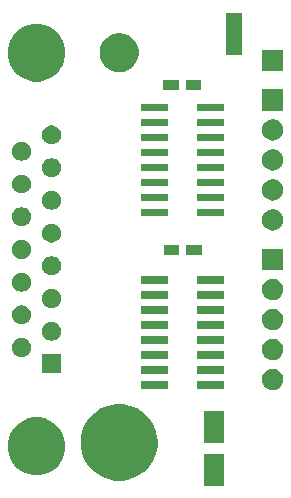
<source format=gbr>
G04 #@! TF.GenerationSoftware,KiCad,Pcbnew,(5.1.5-0-10_14)*
G04 #@! TF.CreationDate,2020-04-14T14:24:53+01:00*
G04 #@! TF.ProjectId,RS422,52533432-322e-46b6-9963-61645f706362,rev?*
G04 #@! TF.SameCoordinates,Original*
G04 #@! TF.FileFunction,Soldermask,Top*
G04 #@! TF.FilePolarity,Negative*
%FSLAX46Y46*%
G04 Gerber Fmt 4.6, Leading zero omitted, Abs format (unit mm)*
G04 Created by KiCad (PCBNEW (5.1.5-0-10_14)) date 2020-04-14 14:24:53*
%MOMM*%
%LPD*%
G04 APERTURE LIST*
%ADD10C,0.100000*%
G04 APERTURE END LIST*
D10*
G36*
X130471000Y-101231000D02*
G01*
X128769000Y-101231000D01*
X128769000Y-98529000D01*
X130471000Y-98529000D01*
X130471000Y-101231000D01*
G37*
G36*
X122254239Y-94391467D02*
G01*
X122568282Y-94453934D01*
X123159926Y-94699001D01*
X123692392Y-95054784D01*
X124145216Y-95507608D01*
X124500999Y-96040074D01*
X124746066Y-96631718D01*
X124746066Y-96631719D01*
X124856135Y-97185070D01*
X124871000Y-97259804D01*
X124871000Y-97900196D01*
X124746066Y-98528282D01*
X124500999Y-99119926D01*
X124145216Y-99652392D01*
X123692392Y-100105216D01*
X123159926Y-100460999D01*
X122568282Y-100706066D01*
X122254239Y-100768533D01*
X121940197Y-100831000D01*
X121299803Y-100831000D01*
X120985761Y-100768533D01*
X120671718Y-100706066D01*
X120080074Y-100460999D01*
X119547608Y-100105216D01*
X119094784Y-99652392D01*
X118739001Y-99119926D01*
X118493934Y-98528282D01*
X118369000Y-97900196D01*
X118369000Y-97259804D01*
X118383866Y-97185070D01*
X118493934Y-96631719D01*
X118493934Y-96631718D01*
X118739001Y-96040074D01*
X119094784Y-95507608D01*
X119547608Y-95054784D01*
X120080074Y-94699001D01*
X120671718Y-94453934D01*
X120985761Y-94391467D01*
X121299803Y-94329000D01*
X121940197Y-94329000D01*
X122254239Y-94391467D01*
G37*
G36*
X115334929Y-95543190D02*
G01*
X115780982Y-95727951D01*
X115780984Y-95727952D01*
X116182421Y-95996184D01*
X116523816Y-96337579D01*
X116720354Y-96631718D01*
X116792049Y-96739018D01*
X116976810Y-97185071D01*
X117071000Y-97658596D01*
X117071000Y-98141404D01*
X116976810Y-98614929D01*
X116792049Y-99060982D01*
X116792048Y-99060984D01*
X116523816Y-99462421D01*
X116182421Y-99803816D01*
X115780984Y-100072048D01*
X115780983Y-100072049D01*
X115780982Y-100072049D01*
X115334929Y-100256810D01*
X114861404Y-100351000D01*
X114378596Y-100351000D01*
X113905071Y-100256810D01*
X113459018Y-100072049D01*
X113459017Y-100072049D01*
X113459016Y-100072048D01*
X113057579Y-99803816D01*
X112716184Y-99462421D01*
X112447952Y-99060984D01*
X112447951Y-99060982D01*
X112263190Y-98614929D01*
X112169000Y-98141404D01*
X112169000Y-97658596D01*
X112263190Y-97185071D01*
X112447951Y-96739018D01*
X112519647Y-96631718D01*
X112716184Y-96337579D01*
X113057579Y-95996184D01*
X113459016Y-95727952D01*
X113459018Y-95727951D01*
X113905071Y-95543190D01*
X114378596Y-95449000D01*
X114861404Y-95449000D01*
X115334929Y-95543190D01*
G37*
G36*
X130471000Y-97631000D02*
G01*
X128769000Y-97631000D01*
X128769000Y-94929000D01*
X130471000Y-94929000D01*
X130471000Y-97631000D01*
G37*
G36*
X134733512Y-91343927D02*
G01*
X134882812Y-91373624D01*
X135046784Y-91441544D01*
X135194354Y-91540147D01*
X135319853Y-91665646D01*
X135418456Y-91813216D01*
X135486376Y-91977188D01*
X135521000Y-92151259D01*
X135521000Y-92328741D01*
X135486376Y-92502812D01*
X135418456Y-92666784D01*
X135319853Y-92814354D01*
X135194354Y-92939853D01*
X135046784Y-93038456D01*
X134882812Y-93106376D01*
X134733512Y-93136073D01*
X134708742Y-93141000D01*
X134531258Y-93141000D01*
X134506488Y-93136073D01*
X134357188Y-93106376D01*
X134193216Y-93038456D01*
X134045646Y-92939853D01*
X133920147Y-92814354D01*
X133821544Y-92666784D01*
X133753624Y-92502812D01*
X133719000Y-92328741D01*
X133719000Y-92151259D01*
X133753624Y-91977188D01*
X133821544Y-91813216D01*
X133920147Y-91665646D01*
X134045646Y-91540147D01*
X134193216Y-91441544D01*
X134357188Y-91373624D01*
X134506488Y-91343927D01*
X134531258Y-91339000D01*
X134708742Y-91339000D01*
X134733512Y-91343927D01*
G37*
G36*
X130505400Y-93040400D02*
G01*
X128219000Y-93040400D01*
X128219000Y-92379600D01*
X130505400Y-92379600D01*
X130505400Y-93040400D01*
G37*
G36*
X125781000Y-93040400D02*
G01*
X123494600Y-93040400D01*
X123494600Y-92379600D01*
X125781000Y-92379600D01*
X125781000Y-93040400D01*
G37*
G36*
X130505400Y-91770400D02*
G01*
X128219000Y-91770400D01*
X128219000Y-91109600D01*
X130505400Y-91109600D01*
X130505400Y-91770400D01*
G37*
G36*
X125781000Y-91770400D02*
G01*
X123494600Y-91770400D01*
X123494600Y-91109600D01*
X125781000Y-91109600D01*
X125781000Y-91770400D01*
G37*
G36*
X116691000Y-91736000D02*
G01*
X115089000Y-91736000D01*
X115089000Y-90134000D01*
X116691000Y-90134000D01*
X116691000Y-91736000D01*
G37*
G36*
X134733512Y-88803927D02*
G01*
X134882812Y-88833624D01*
X135046784Y-88901544D01*
X135194354Y-89000147D01*
X135319853Y-89125646D01*
X135418456Y-89273216D01*
X135486376Y-89437188D01*
X135521000Y-89611259D01*
X135521000Y-89788741D01*
X135486376Y-89962812D01*
X135418456Y-90126784D01*
X135319853Y-90274354D01*
X135194354Y-90399853D01*
X135046784Y-90498456D01*
X134882812Y-90566376D01*
X134733512Y-90596073D01*
X134708742Y-90601000D01*
X134531258Y-90601000D01*
X134506488Y-90596073D01*
X134357188Y-90566376D01*
X134193216Y-90498456D01*
X134045646Y-90399853D01*
X133920147Y-90274354D01*
X133821544Y-90126784D01*
X133753624Y-89962812D01*
X133719000Y-89788741D01*
X133719000Y-89611259D01*
X133753624Y-89437188D01*
X133821544Y-89273216D01*
X133920147Y-89125646D01*
X134045646Y-89000147D01*
X134193216Y-88901544D01*
X134357188Y-88833624D01*
X134506488Y-88803927D01*
X134531258Y-88799000D01*
X134708742Y-88799000D01*
X134733512Y-88803927D01*
G37*
G36*
X130505400Y-90500400D02*
G01*
X128219000Y-90500400D01*
X128219000Y-89839600D01*
X130505400Y-89839600D01*
X130505400Y-90500400D01*
G37*
G36*
X125781000Y-90500400D02*
G01*
X123494600Y-90500400D01*
X123494600Y-89839600D01*
X125781000Y-89839600D01*
X125781000Y-90500400D01*
G37*
G36*
X113583642Y-88779781D02*
G01*
X113713632Y-88833625D01*
X113729416Y-88840163D01*
X113860608Y-88927822D01*
X113972178Y-89039392D01*
X114029811Y-89125647D01*
X114059838Y-89170586D01*
X114120219Y-89316358D01*
X114151000Y-89471107D01*
X114151000Y-89628893D01*
X114120219Y-89783642D01*
X114097040Y-89839600D01*
X114059837Y-89929416D01*
X113972178Y-90060608D01*
X113860608Y-90172178D01*
X113729416Y-90259837D01*
X113729415Y-90259838D01*
X113729414Y-90259838D01*
X113583642Y-90320219D01*
X113428893Y-90351000D01*
X113271107Y-90351000D01*
X113116358Y-90320219D01*
X112970586Y-90259838D01*
X112970585Y-90259838D01*
X112970584Y-90259837D01*
X112839392Y-90172178D01*
X112727822Y-90060608D01*
X112640163Y-89929416D01*
X112602960Y-89839600D01*
X112579781Y-89783642D01*
X112549000Y-89628893D01*
X112549000Y-89471107D01*
X112579781Y-89316358D01*
X112640162Y-89170586D01*
X112670189Y-89125647D01*
X112727822Y-89039392D01*
X112839392Y-88927822D01*
X112970584Y-88840163D01*
X112986368Y-88833625D01*
X113116358Y-88779781D01*
X113271107Y-88749000D01*
X113428893Y-88749000D01*
X113583642Y-88779781D01*
G37*
G36*
X130505400Y-89230400D02*
G01*
X128219000Y-89230400D01*
X128219000Y-88569600D01*
X130505400Y-88569600D01*
X130505400Y-89230400D01*
G37*
G36*
X125781000Y-89230400D02*
G01*
X123494600Y-89230400D01*
X123494600Y-88569600D01*
X125781000Y-88569600D01*
X125781000Y-89230400D01*
G37*
G36*
X116123642Y-87394781D02*
G01*
X116269414Y-87455162D01*
X116269416Y-87455163D01*
X116400608Y-87542822D01*
X116512178Y-87654392D01*
X116565606Y-87734354D01*
X116599838Y-87785586D01*
X116660219Y-87931358D01*
X116691000Y-88086107D01*
X116691000Y-88243893D01*
X116660219Y-88398642D01*
X116599838Y-88544414D01*
X116599837Y-88544416D01*
X116512178Y-88675608D01*
X116400608Y-88787178D01*
X116269416Y-88874837D01*
X116269415Y-88874838D01*
X116269414Y-88874838D01*
X116123642Y-88935219D01*
X115968893Y-88966000D01*
X115811107Y-88966000D01*
X115656358Y-88935219D01*
X115510586Y-88874838D01*
X115510585Y-88874838D01*
X115510584Y-88874837D01*
X115379392Y-88787178D01*
X115267822Y-88675608D01*
X115180163Y-88544416D01*
X115180162Y-88544414D01*
X115119781Y-88398642D01*
X115089000Y-88243893D01*
X115089000Y-88086107D01*
X115119781Y-87931358D01*
X115180162Y-87785586D01*
X115214394Y-87734354D01*
X115267822Y-87654392D01*
X115379392Y-87542822D01*
X115510584Y-87455163D01*
X115510586Y-87455162D01*
X115656358Y-87394781D01*
X115811107Y-87364000D01*
X115968893Y-87364000D01*
X116123642Y-87394781D01*
G37*
G36*
X134733512Y-86263927D02*
G01*
X134882812Y-86293624D01*
X135046784Y-86361544D01*
X135194354Y-86460147D01*
X135319853Y-86585646D01*
X135418456Y-86733216D01*
X135486376Y-86897188D01*
X135521000Y-87071259D01*
X135521000Y-87248741D01*
X135486376Y-87422812D01*
X135418456Y-87586784D01*
X135319853Y-87734354D01*
X135194354Y-87859853D01*
X135046784Y-87958456D01*
X134882812Y-88026376D01*
X134733512Y-88056073D01*
X134708742Y-88061000D01*
X134531258Y-88061000D01*
X134506488Y-88056073D01*
X134357188Y-88026376D01*
X134193216Y-87958456D01*
X134045646Y-87859853D01*
X133920147Y-87734354D01*
X133821544Y-87586784D01*
X133753624Y-87422812D01*
X133719000Y-87248741D01*
X133719000Y-87071259D01*
X133753624Y-86897188D01*
X133821544Y-86733216D01*
X133920147Y-86585646D01*
X134045646Y-86460147D01*
X134193216Y-86361544D01*
X134357188Y-86293624D01*
X134506488Y-86263927D01*
X134531258Y-86259000D01*
X134708742Y-86259000D01*
X134733512Y-86263927D01*
G37*
G36*
X125781000Y-87960400D02*
G01*
X123494600Y-87960400D01*
X123494600Y-87299600D01*
X125781000Y-87299600D01*
X125781000Y-87960400D01*
G37*
G36*
X130505400Y-87960400D02*
G01*
X128219000Y-87960400D01*
X128219000Y-87299600D01*
X130505400Y-87299600D01*
X130505400Y-87960400D01*
G37*
G36*
X113583642Y-86009781D02*
G01*
X113729414Y-86070162D01*
X113729416Y-86070163D01*
X113860608Y-86157822D01*
X113972178Y-86269392D01*
X114059837Y-86400584D01*
X114059838Y-86400586D01*
X114120219Y-86546358D01*
X114151000Y-86701107D01*
X114151000Y-86858893D01*
X114120219Y-87013642D01*
X114096353Y-87071259D01*
X114059837Y-87159416D01*
X113972178Y-87290608D01*
X113860608Y-87402178D01*
X113729416Y-87489837D01*
X113729415Y-87489838D01*
X113729414Y-87489838D01*
X113583642Y-87550219D01*
X113428893Y-87581000D01*
X113271107Y-87581000D01*
X113116358Y-87550219D01*
X112970586Y-87489838D01*
X112970585Y-87489838D01*
X112970584Y-87489837D01*
X112839392Y-87402178D01*
X112727822Y-87290608D01*
X112640163Y-87159416D01*
X112603647Y-87071259D01*
X112579781Y-87013642D01*
X112549000Y-86858893D01*
X112549000Y-86701107D01*
X112579781Y-86546358D01*
X112640162Y-86400586D01*
X112640163Y-86400584D01*
X112727822Y-86269392D01*
X112839392Y-86157822D01*
X112970584Y-86070163D01*
X112970586Y-86070162D01*
X113116358Y-86009781D01*
X113271107Y-85979000D01*
X113428893Y-85979000D01*
X113583642Y-86009781D01*
G37*
G36*
X125781000Y-86690400D02*
G01*
X123494600Y-86690400D01*
X123494600Y-86029600D01*
X125781000Y-86029600D01*
X125781000Y-86690400D01*
G37*
G36*
X130505400Y-86690400D02*
G01*
X128219000Y-86690400D01*
X128219000Y-86029600D01*
X130505400Y-86029600D01*
X130505400Y-86690400D01*
G37*
G36*
X116123642Y-84624781D02*
G01*
X116269414Y-84685162D01*
X116269416Y-84685163D01*
X116400608Y-84772822D01*
X116512178Y-84884392D01*
X116599837Y-85015584D01*
X116599838Y-85015586D01*
X116660219Y-85161358D01*
X116691000Y-85316107D01*
X116691000Y-85473893D01*
X116660219Y-85628642D01*
X116599838Y-85774414D01*
X116599837Y-85774416D01*
X116512178Y-85905608D01*
X116400608Y-86017178D01*
X116269416Y-86104837D01*
X116269415Y-86104838D01*
X116269414Y-86104838D01*
X116123642Y-86165219D01*
X115968893Y-86196000D01*
X115811107Y-86196000D01*
X115656358Y-86165219D01*
X115510586Y-86104838D01*
X115510585Y-86104838D01*
X115510584Y-86104837D01*
X115379392Y-86017178D01*
X115267822Y-85905608D01*
X115180163Y-85774416D01*
X115180162Y-85774414D01*
X115119781Y-85628642D01*
X115089000Y-85473893D01*
X115089000Y-85316107D01*
X115119781Y-85161358D01*
X115180162Y-85015586D01*
X115180163Y-85015584D01*
X115267822Y-84884392D01*
X115379392Y-84772822D01*
X115510584Y-84685163D01*
X115510586Y-84685162D01*
X115656358Y-84624781D01*
X115811107Y-84594000D01*
X115968893Y-84594000D01*
X116123642Y-84624781D01*
G37*
G36*
X134733512Y-83723927D02*
G01*
X134882812Y-83753624D01*
X135046784Y-83821544D01*
X135194354Y-83920147D01*
X135319853Y-84045646D01*
X135418456Y-84193216D01*
X135486376Y-84357188D01*
X135516073Y-84506488D01*
X135518882Y-84520608D01*
X135521000Y-84531259D01*
X135521000Y-84708741D01*
X135486376Y-84882812D01*
X135418456Y-85046784D01*
X135319853Y-85194354D01*
X135194354Y-85319853D01*
X135046784Y-85418456D01*
X134882812Y-85486376D01*
X134733512Y-85516073D01*
X134708742Y-85521000D01*
X134531258Y-85521000D01*
X134506488Y-85516073D01*
X134357188Y-85486376D01*
X134193216Y-85418456D01*
X134045646Y-85319853D01*
X133920147Y-85194354D01*
X133821544Y-85046784D01*
X133753624Y-84882812D01*
X133719000Y-84708741D01*
X133719000Y-84531259D01*
X133721119Y-84520608D01*
X133723927Y-84506488D01*
X133753624Y-84357188D01*
X133821544Y-84193216D01*
X133920147Y-84045646D01*
X134045646Y-83920147D01*
X134193216Y-83821544D01*
X134357188Y-83753624D01*
X134506488Y-83723927D01*
X134531258Y-83719000D01*
X134708742Y-83719000D01*
X134733512Y-83723927D01*
G37*
G36*
X130505400Y-85420400D02*
G01*
X128219000Y-85420400D01*
X128219000Y-84759600D01*
X130505400Y-84759600D01*
X130505400Y-85420400D01*
G37*
G36*
X125781000Y-85420400D02*
G01*
X123494600Y-85420400D01*
X123494600Y-84759600D01*
X125781000Y-84759600D01*
X125781000Y-85420400D01*
G37*
G36*
X113583642Y-83239781D02*
G01*
X113729414Y-83300162D01*
X113729416Y-83300163D01*
X113860608Y-83387822D01*
X113972178Y-83499392D01*
X114059837Y-83630584D01*
X114059838Y-83630586D01*
X114120219Y-83776358D01*
X114151000Y-83931107D01*
X114151000Y-84088893D01*
X114120219Y-84243642D01*
X114073186Y-84357189D01*
X114059837Y-84389416D01*
X113972178Y-84520608D01*
X113860608Y-84632178D01*
X113729416Y-84719837D01*
X113729415Y-84719838D01*
X113729414Y-84719838D01*
X113583642Y-84780219D01*
X113428893Y-84811000D01*
X113271107Y-84811000D01*
X113116358Y-84780219D01*
X112970586Y-84719838D01*
X112970585Y-84719838D01*
X112970584Y-84719837D01*
X112839392Y-84632178D01*
X112727822Y-84520608D01*
X112640163Y-84389416D01*
X112626814Y-84357189D01*
X112579781Y-84243642D01*
X112549000Y-84088893D01*
X112549000Y-83931107D01*
X112579781Y-83776358D01*
X112640162Y-83630586D01*
X112640163Y-83630584D01*
X112727822Y-83499392D01*
X112839392Y-83387822D01*
X112970584Y-83300163D01*
X112970586Y-83300162D01*
X113116358Y-83239781D01*
X113271107Y-83209000D01*
X113428893Y-83209000D01*
X113583642Y-83239781D01*
G37*
G36*
X130505400Y-84150400D02*
G01*
X128219000Y-84150400D01*
X128219000Y-83489600D01*
X130505400Y-83489600D01*
X130505400Y-84150400D01*
G37*
G36*
X125781000Y-84150400D02*
G01*
X123494600Y-84150400D01*
X123494600Y-83489600D01*
X125781000Y-83489600D01*
X125781000Y-84150400D01*
G37*
G36*
X116123642Y-81854781D02*
G01*
X116269414Y-81915162D01*
X116269416Y-81915163D01*
X116400608Y-82002822D01*
X116512178Y-82114392D01*
X116599837Y-82245584D01*
X116599838Y-82245586D01*
X116660219Y-82391358D01*
X116691000Y-82546107D01*
X116691000Y-82703893D01*
X116660219Y-82858642D01*
X116609536Y-82981000D01*
X116599837Y-83004416D01*
X116512178Y-83135608D01*
X116400608Y-83247178D01*
X116269416Y-83334837D01*
X116269415Y-83334838D01*
X116269414Y-83334838D01*
X116123642Y-83395219D01*
X115968893Y-83426000D01*
X115811107Y-83426000D01*
X115656358Y-83395219D01*
X115510586Y-83334838D01*
X115510585Y-83334838D01*
X115510584Y-83334837D01*
X115379392Y-83247178D01*
X115267822Y-83135608D01*
X115180163Y-83004416D01*
X115170464Y-82981000D01*
X115119781Y-82858642D01*
X115089000Y-82703893D01*
X115089000Y-82546107D01*
X115119781Y-82391358D01*
X115180162Y-82245586D01*
X115180163Y-82245584D01*
X115267822Y-82114392D01*
X115379392Y-82002822D01*
X115510584Y-81915163D01*
X115510586Y-81915162D01*
X115656358Y-81854781D01*
X115811107Y-81824000D01*
X115968893Y-81824000D01*
X116123642Y-81854781D01*
G37*
G36*
X135521000Y-82981000D02*
G01*
X133719000Y-82981000D01*
X133719000Y-81179000D01*
X135521000Y-81179000D01*
X135521000Y-82981000D01*
G37*
G36*
X113583642Y-80469781D02*
G01*
X113729414Y-80530162D01*
X113729416Y-80530163D01*
X113860608Y-80617822D01*
X113972178Y-80729392D01*
X114059837Y-80860584D01*
X114059838Y-80860586D01*
X114120219Y-81006358D01*
X114151000Y-81161107D01*
X114151000Y-81318893D01*
X114120219Y-81473642D01*
X114059838Y-81619414D01*
X114059837Y-81619416D01*
X113972178Y-81750608D01*
X113860608Y-81862178D01*
X113729416Y-81949837D01*
X113729415Y-81949838D01*
X113729414Y-81949838D01*
X113583642Y-82010219D01*
X113428893Y-82041000D01*
X113271107Y-82041000D01*
X113116358Y-82010219D01*
X112970586Y-81949838D01*
X112970585Y-81949838D01*
X112970584Y-81949837D01*
X112839392Y-81862178D01*
X112727822Y-81750608D01*
X112640163Y-81619416D01*
X112640162Y-81619414D01*
X112579781Y-81473642D01*
X112549000Y-81318893D01*
X112549000Y-81161107D01*
X112579781Y-81006358D01*
X112640162Y-80860586D01*
X112640163Y-80860584D01*
X112727822Y-80729392D01*
X112839392Y-80617822D01*
X112970584Y-80530163D01*
X112970586Y-80530162D01*
X113116358Y-80469781D01*
X113271107Y-80439000D01*
X113428893Y-80439000D01*
X113583642Y-80469781D01*
G37*
G36*
X128601000Y-81706000D02*
G01*
X127299000Y-81706000D01*
X127299000Y-80854000D01*
X128601000Y-80854000D01*
X128601000Y-81706000D01*
G37*
G36*
X126701000Y-81706000D02*
G01*
X125399000Y-81706000D01*
X125399000Y-80854000D01*
X126701000Y-80854000D01*
X126701000Y-81706000D01*
G37*
G36*
X116123642Y-79084781D02*
G01*
X116269414Y-79145162D01*
X116269416Y-79145163D01*
X116400608Y-79232822D01*
X116512178Y-79344392D01*
X116575962Y-79439853D01*
X116599838Y-79475586D01*
X116660219Y-79621358D01*
X116691000Y-79776107D01*
X116691000Y-79933893D01*
X116660219Y-80088642D01*
X116599838Y-80234414D01*
X116599837Y-80234416D01*
X116512178Y-80365608D01*
X116400608Y-80477178D01*
X116269416Y-80564837D01*
X116269415Y-80564838D01*
X116269414Y-80564838D01*
X116123642Y-80625219D01*
X115968893Y-80656000D01*
X115811107Y-80656000D01*
X115656358Y-80625219D01*
X115510586Y-80564838D01*
X115510585Y-80564838D01*
X115510584Y-80564837D01*
X115379392Y-80477178D01*
X115267822Y-80365608D01*
X115180163Y-80234416D01*
X115180162Y-80234414D01*
X115119781Y-80088642D01*
X115089000Y-79933893D01*
X115089000Y-79776107D01*
X115119781Y-79621358D01*
X115180162Y-79475586D01*
X115204038Y-79439853D01*
X115267822Y-79344392D01*
X115379392Y-79232822D01*
X115510584Y-79145163D01*
X115510586Y-79145162D01*
X115656358Y-79084781D01*
X115811107Y-79054000D01*
X115968893Y-79054000D01*
X116123642Y-79084781D01*
G37*
G36*
X134733512Y-77843927D02*
G01*
X134882812Y-77873624D01*
X135046784Y-77941544D01*
X135194354Y-78040147D01*
X135319853Y-78165646D01*
X135418456Y-78313216D01*
X135486376Y-78477188D01*
X135521000Y-78651259D01*
X135521000Y-78828741D01*
X135486376Y-79002812D01*
X135418456Y-79166784D01*
X135319853Y-79314354D01*
X135194354Y-79439853D01*
X135046784Y-79538456D01*
X134882812Y-79606376D01*
X134733512Y-79636073D01*
X134708742Y-79641000D01*
X134531258Y-79641000D01*
X134506488Y-79636073D01*
X134357188Y-79606376D01*
X134193216Y-79538456D01*
X134045646Y-79439853D01*
X133920147Y-79314354D01*
X133821544Y-79166784D01*
X133753624Y-79002812D01*
X133719000Y-78828741D01*
X133719000Y-78651259D01*
X133753624Y-78477188D01*
X133821544Y-78313216D01*
X133920147Y-78165646D01*
X134045646Y-78040147D01*
X134193216Y-77941544D01*
X134357188Y-77873624D01*
X134506488Y-77843927D01*
X134531258Y-77839000D01*
X134708742Y-77839000D01*
X134733512Y-77843927D01*
G37*
G36*
X113583642Y-77699781D02*
G01*
X113729414Y-77760162D01*
X113729416Y-77760163D01*
X113860608Y-77847822D01*
X113972178Y-77959392D01*
X114026136Y-78040147D01*
X114059838Y-78090586D01*
X114120219Y-78236358D01*
X114151000Y-78391107D01*
X114151000Y-78548893D01*
X114120219Y-78703642D01*
X114059838Y-78849414D01*
X114059837Y-78849416D01*
X113972178Y-78980608D01*
X113860608Y-79092178D01*
X113729416Y-79179837D01*
X113729415Y-79179838D01*
X113729414Y-79179838D01*
X113583642Y-79240219D01*
X113428893Y-79271000D01*
X113271107Y-79271000D01*
X113116358Y-79240219D01*
X112970586Y-79179838D01*
X112970585Y-79179838D01*
X112970584Y-79179837D01*
X112839392Y-79092178D01*
X112727822Y-78980608D01*
X112640163Y-78849416D01*
X112640162Y-78849414D01*
X112579781Y-78703642D01*
X112549000Y-78548893D01*
X112549000Y-78391107D01*
X112579781Y-78236358D01*
X112640162Y-78090586D01*
X112673864Y-78040147D01*
X112727822Y-77959392D01*
X112839392Y-77847822D01*
X112970584Y-77760163D01*
X112970586Y-77760162D01*
X113116358Y-77699781D01*
X113271107Y-77669000D01*
X113428893Y-77669000D01*
X113583642Y-77699781D01*
G37*
G36*
X130505400Y-78435400D02*
G01*
X128219000Y-78435400D01*
X128219000Y-77774600D01*
X130505400Y-77774600D01*
X130505400Y-78435400D01*
G37*
G36*
X125781000Y-78435400D02*
G01*
X123494600Y-78435400D01*
X123494600Y-77774600D01*
X125781000Y-77774600D01*
X125781000Y-78435400D01*
G37*
G36*
X116123642Y-76314781D02*
G01*
X116269414Y-76375162D01*
X116269416Y-76375163D01*
X116400608Y-76462822D01*
X116512178Y-76574392D01*
X116599837Y-76705584D01*
X116599838Y-76705586D01*
X116660219Y-76851358D01*
X116691000Y-77006107D01*
X116691000Y-77163893D01*
X116660219Y-77318642D01*
X116599838Y-77464414D01*
X116599837Y-77464416D01*
X116512178Y-77595608D01*
X116400608Y-77707178D01*
X116269416Y-77794837D01*
X116269415Y-77794838D01*
X116269414Y-77794838D01*
X116123642Y-77855219D01*
X115968893Y-77886000D01*
X115811107Y-77886000D01*
X115656358Y-77855219D01*
X115510586Y-77794838D01*
X115510585Y-77794838D01*
X115510584Y-77794837D01*
X115379392Y-77707178D01*
X115267822Y-77595608D01*
X115180163Y-77464416D01*
X115180162Y-77464414D01*
X115119781Y-77318642D01*
X115089000Y-77163893D01*
X115089000Y-77006107D01*
X115119781Y-76851358D01*
X115180162Y-76705586D01*
X115180163Y-76705584D01*
X115267822Y-76574392D01*
X115379392Y-76462822D01*
X115510584Y-76375163D01*
X115510586Y-76375162D01*
X115656358Y-76314781D01*
X115811107Y-76284000D01*
X115968893Y-76284000D01*
X116123642Y-76314781D01*
G37*
G36*
X125781000Y-77165400D02*
G01*
X123494600Y-77165400D01*
X123494600Y-76504600D01*
X125781000Y-76504600D01*
X125781000Y-77165400D01*
G37*
G36*
X130505400Y-77165400D02*
G01*
X128219000Y-77165400D01*
X128219000Y-76504600D01*
X130505400Y-76504600D01*
X130505400Y-77165400D01*
G37*
G36*
X134733512Y-75303927D02*
G01*
X134882812Y-75333624D01*
X135046784Y-75401544D01*
X135194354Y-75500147D01*
X135319853Y-75625646D01*
X135418456Y-75773216D01*
X135486376Y-75937188D01*
X135521000Y-76111259D01*
X135521000Y-76288741D01*
X135486376Y-76462812D01*
X135418456Y-76626784D01*
X135319853Y-76774354D01*
X135194354Y-76899853D01*
X135046784Y-76998456D01*
X134882812Y-77066376D01*
X134733512Y-77096073D01*
X134708742Y-77101000D01*
X134531258Y-77101000D01*
X134506488Y-77096073D01*
X134357188Y-77066376D01*
X134193216Y-76998456D01*
X134045646Y-76899853D01*
X133920147Y-76774354D01*
X133821544Y-76626784D01*
X133753624Y-76462812D01*
X133719000Y-76288741D01*
X133719000Y-76111259D01*
X133753624Y-75937188D01*
X133821544Y-75773216D01*
X133920147Y-75625646D01*
X134045646Y-75500147D01*
X134193216Y-75401544D01*
X134357188Y-75333624D01*
X134506488Y-75303927D01*
X134531258Y-75299000D01*
X134708742Y-75299000D01*
X134733512Y-75303927D01*
G37*
G36*
X113583642Y-74929781D02*
G01*
X113729414Y-74990162D01*
X113729416Y-74990163D01*
X113860608Y-75077822D01*
X113972178Y-75189392D01*
X114045415Y-75299000D01*
X114059838Y-75320586D01*
X114120219Y-75466358D01*
X114151000Y-75621107D01*
X114151000Y-75778893D01*
X114120219Y-75933642D01*
X114059838Y-76079414D01*
X114059837Y-76079416D01*
X113972178Y-76210608D01*
X113860608Y-76322178D01*
X113729416Y-76409837D01*
X113729415Y-76409838D01*
X113729414Y-76409838D01*
X113583642Y-76470219D01*
X113428893Y-76501000D01*
X113271107Y-76501000D01*
X113116358Y-76470219D01*
X112970586Y-76409838D01*
X112970585Y-76409838D01*
X112970584Y-76409837D01*
X112839392Y-76322178D01*
X112727822Y-76210608D01*
X112640163Y-76079416D01*
X112640162Y-76079414D01*
X112579781Y-75933642D01*
X112549000Y-75778893D01*
X112549000Y-75621107D01*
X112579781Y-75466358D01*
X112640162Y-75320586D01*
X112654585Y-75299000D01*
X112727822Y-75189392D01*
X112839392Y-75077822D01*
X112970584Y-74990163D01*
X112970586Y-74990162D01*
X113116358Y-74929781D01*
X113271107Y-74899000D01*
X113428893Y-74899000D01*
X113583642Y-74929781D01*
G37*
G36*
X125781000Y-75895400D02*
G01*
X123494600Y-75895400D01*
X123494600Y-75234600D01*
X125781000Y-75234600D01*
X125781000Y-75895400D01*
G37*
G36*
X130505400Y-75895400D02*
G01*
X128219000Y-75895400D01*
X128219000Y-75234600D01*
X130505400Y-75234600D01*
X130505400Y-75895400D01*
G37*
G36*
X116123642Y-73544781D02*
G01*
X116269414Y-73605162D01*
X116269416Y-73605163D01*
X116400608Y-73692822D01*
X116512178Y-73804392D01*
X116591302Y-73922811D01*
X116599838Y-73935586D01*
X116660219Y-74081358D01*
X116691000Y-74236107D01*
X116691000Y-74393893D01*
X116660219Y-74548642D01*
X116599838Y-74694414D01*
X116599837Y-74694416D01*
X116512178Y-74825608D01*
X116400608Y-74937178D01*
X116269416Y-75024837D01*
X116269415Y-75024838D01*
X116269414Y-75024838D01*
X116123642Y-75085219D01*
X115968893Y-75116000D01*
X115811107Y-75116000D01*
X115656358Y-75085219D01*
X115510586Y-75024838D01*
X115510585Y-75024838D01*
X115510584Y-75024837D01*
X115379392Y-74937178D01*
X115267822Y-74825608D01*
X115180163Y-74694416D01*
X115180162Y-74694414D01*
X115119781Y-74548642D01*
X115089000Y-74393893D01*
X115089000Y-74236107D01*
X115119781Y-74081358D01*
X115180162Y-73935586D01*
X115188698Y-73922811D01*
X115267822Y-73804392D01*
X115379392Y-73692822D01*
X115510584Y-73605163D01*
X115510586Y-73605162D01*
X115656358Y-73544781D01*
X115811107Y-73514000D01*
X115968893Y-73514000D01*
X116123642Y-73544781D01*
G37*
G36*
X125781000Y-74625400D02*
G01*
X123494600Y-74625400D01*
X123494600Y-73964600D01*
X125781000Y-73964600D01*
X125781000Y-74625400D01*
G37*
G36*
X130505400Y-74625400D02*
G01*
X128219000Y-74625400D01*
X128219000Y-73964600D01*
X130505400Y-73964600D01*
X130505400Y-74625400D01*
G37*
G36*
X134733512Y-72763927D02*
G01*
X134882812Y-72793624D01*
X135046784Y-72861544D01*
X135194354Y-72960147D01*
X135319853Y-73085646D01*
X135418456Y-73233216D01*
X135486376Y-73397188D01*
X135521000Y-73571259D01*
X135521000Y-73748741D01*
X135486376Y-73922812D01*
X135418456Y-74086784D01*
X135319853Y-74234354D01*
X135194354Y-74359853D01*
X135046784Y-74458456D01*
X134882812Y-74526376D01*
X134733512Y-74556073D01*
X134708742Y-74561000D01*
X134531258Y-74561000D01*
X134506488Y-74556073D01*
X134357188Y-74526376D01*
X134193216Y-74458456D01*
X134045646Y-74359853D01*
X133920147Y-74234354D01*
X133821544Y-74086784D01*
X133753624Y-73922812D01*
X133719000Y-73748741D01*
X133719000Y-73571259D01*
X133753624Y-73397188D01*
X133821544Y-73233216D01*
X133920147Y-73085646D01*
X134045646Y-72960147D01*
X134193216Y-72861544D01*
X134357188Y-72793624D01*
X134506488Y-72763927D01*
X134531258Y-72759000D01*
X134708742Y-72759000D01*
X134733512Y-72763927D01*
G37*
G36*
X113583642Y-72159781D02*
G01*
X113729414Y-72220162D01*
X113729416Y-72220163D01*
X113860608Y-72307822D01*
X113972178Y-72419392D01*
X114059837Y-72550584D01*
X114059838Y-72550586D01*
X114120219Y-72696358D01*
X114151000Y-72851107D01*
X114151000Y-73008893D01*
X114120219Y-73163642D01*
X114059838Y-73309414D01*
X114059837Y-73309416D01*
X113972178Y-73440608D01*
X113860608Y-73552178D01*
X113729416Y-73639837D01*
X113729415Y-73639838D01*
X113729414Y-73639838D01*
X113583642Y-73700219D01*
X113428893Y-73731000D01*
X113271107Y-73731000D01*
X113116358Y-73700219D01*
X112970586Y-73639838D01*
X112970585Y-73639838D01*
X112970584Y-73639837D01*
X112839392Y-73552178D01*
X112727822Y-73440608D01*
X112640163Y-73309416D01*
X112640162Y-73309414D01*
X112579781Y-73163642D01*
X112549000Y-73008893D01*
X112549000Y-72851107D01*
X112579781Y-72696358D01*
X112640162Y-72550586D01*
X112640163Y-72550584D01*
X112727822Y-72419392D01*
X112839392Y-72307822D01*
X112970584Y-72220163D01*
X112970586Y-72220162D01*
X113116358Y-72159781D01*
X113271107Y-72129000D01*
X113428893Y-72129000D01*
X113583642Y-72159781D01*
G37*
G36*
X125781000Y-73355400D02*
G01*
X123494600Y-73355400D01*
X123494600Y-72694600D01*
X125781000Y-72694600D01*
X125781000Y-73355400D01*
G37*
G36*
X130505400Y-73355400D02*
G01*
X128219000Y-73355400D01*
X128219000Y-72694600D01*
X130505400Y-72694600D01*
X130505400Y-73355400D01*
G37*
G36*
X116123642Y-70774781D02*
G01*
X116269414Y-70835162D01*
X116269416Y-70835163D01*
X116400608Y-70922822D01*
X116512178Y-71034392D01*
X116599837Y-71165584D01*
X116599838Y-71165586D01*
X116660219Y-71311358D01*
X116691000Y-71466107D01*
X116691000Y-71623893D01*
X116660219Y-71778642D01*
X116602306Y-71918456D01*
X116599837Y-71924416D01*
X116512178Y-72055608D01*
X116400608Y-72167178D01*
X116269416Y-72254837D01*
X116269415Y-72254838D01*
X116269414Y-72254838D01*
X116123642Y-72315219D01*
X115968893Y-72346000D01*
X115811107Y-72346000D01*
X115656358Y-72315219D01*
X115510586Y-72254838D01*
X115510585Y-72254838D01*
X115510584Y-72254837D01*
X115379392Y-72167178D01*
X115267822Y-72055608D01*
X115180163Y-71924416D01*
X115177694Y-71918456D01*
X115119781Y-71778642D01*
X115089000Y-71623893D01*
X115089000Y-71466107D01*
X115119781Y-71311358D01*
X115180162Y-71165586D01*
X115180163Y-71165584D01*
X115267822Y-71034392D01*
X115379392Y-70922822D01*
X115510584Y-70835163D01*
X115510586Y-70835162D01*
X115656358Y-70774781D01*
X115811107Y-70744000D01*
X115968893Y-70744000D01*
X116123642Y-70774781D01*
G37*
G36*
X130505400Y-72085400D02*
G01*
X128219000Y-72085400D01*
X128219000Y-71424600D01*
X130505400Y-71424600D01*
X130505400Y-72085400D01*
G37*
G36*
X125781000Y-72085400D02*
G01*
X123494600Y-72085400D01*
X123494600Y-71424600D01*
X125781000Y-71424600D01*
X125781000Y-72085400D01*
G37*
G36*
X134733512Y-70223927D02*
G01*
X134882812Y-70253624D01*
X135046784Y-70321544D01*
X135194354Y-70420147D01*
X135319853Y-70545646D01*
X135418456Y-70693216D01*
X135486376Y-70857188D01*
X135521000Y-71031259D01*
X135521000Y-71208741D01*
X135486376Y-71382812D01*
X135418456Y-71546784D01*
X135319853Y-71694354D01*
X135194354Y-71819853D01*
X135046784Y-71918456D01*
X134882812Y-71986376D01*
X134733512Y-72016073D01*
X134708742Y-72021000D01*
X134531258Y-72021000D01*
X134506488Y-72016073D01*
X134357188Y-71986376D01*
X134193216Y-71918456D01*
X134045646Y-71819853D01*
X133920147Y-71694354D01*
X133821544Y-71546784D01*
X133753624Y-71382812D01*
X133719000Y-71208741D01*
X133719000Y-71031259D01*
X133753624Y-70857188D01*
X133821544Y-70693216D01*
X133920147Y-70545646D01*
X134045646Y-70420147D01*
X134193216Y-70321544D01*
X134357188Y-70253624D01*
X134506488Y-70223927D01*
X134531258Y-70219000D01*
X134708742Y-70219000D01*
X134733512Y-70223927D01*
G37*
G36*
X130505400Y-70815400D02*
G01*
X128219000Y-70815400D01*
X128219000Y-70154600D01*
X130505400Y-70154600D01*
X130505400Y-70815400D01*
G37*
G36*
X125781000Y-70815400D02*
G01*
X123494600Y-70815400D01*
X123494600Y-70154600D01*
X125781000Y-70154600D01*
X125781000Y-70815400D01*
G37*
G36*
X125781000Y-69545400D02*
G01*
X123494600Y-69545400D01*
X123494600Y-68884600D01*
X125781000Y-68884600D01*
X125781000Y-69545400D01*
G37*
G36*
X130505400Y-69545400D02*
G01*
X128219000Y-69545400D01*
X128219000Y-68884600D01*
X130505400Y-68884600D01*
X130505400Y-69545400D01*
G37*
G36*
X135521000Y-69481000D02*
G01*
X133719000Y-69481000D01*
X133719000Y-67679000D01*
X135521000Y-67679000D01*
X135521000Y-69481000D01*
G37*
G36*
X128569000Y-67736000D02*
G01*
X127267000Y-67736000D01*
X127267000Y-66884000D01*
X128569000Y-66884000D01*
X128569000Y-67736000D01*
G37*
G36*
X126669000Y-67736000D02*
G01*
X125367000Y-67736000D01*
X125367000Y-66884000D01*
X126669000Y-66884000D01*
X126669000Y-67736000D01*
G37*
G36*
X115334929Y-62223190D02*
G01*
X115780982Y-62407951D01*
X115780984Y-62407952D01*
X116182421Y-62676184D01*
X116523816Y-63017579D01*
X116710910Y-63297584D01*
X116792049Y-63419018D01*
X116976810Y-63865071D01*
X117071000Y-64338596D01*
X117071000Y-64821404D01*
X116976810Y-65294929D01*
X116837005Y-65632449D01*
X116792048Y-65740984D01*
X116523816Y-66142421D01*
X116182421Y-66483816D01*
X115780984Y-66752048D01*
X115780983Y-66752049D01*
X115780982Y-66752049D01*
X115334929Y-66936810D01*
X114861404Y-67031000D01*
X114378596Y-67031000D01*
X113905071Y-66936810D01*
X113459018Y-66752049D01*
X113459017Y-66752049D01*
X113459016Y-66752048D01*
X113057579Y-66483816D01*
X112716184Y-66142421D01*
X112447952Y-65740984D01*
X112402995Y-65632449D01*
X112263190Y-65294929D01*
X112169000Y-64821404D01*
X112169000Y-64338596D01*
X112263190Y-63865071D01*
X112447951Y-63419018D01*
X112529091Y-63297584D01*
X112716184Y-63017579D01*
X113057579Y-62676184D01*
X113459016Y-62407952D01*
X113459018Y-62407951D01*
X113905071Y-62223190D01*
X114378596Y-62129000D01*
X114861404Y-62129000D01*
X115334929Y-62223190D01*
G37*
G36*
X121995256Y-62971298D02*
G01*
X122101579Y-62992447D01*
X122402042Y-63116903D01*
X122672451Y-63297585D01*
X122902415Y-63527549D01*
X123083097Y-63797958D01*
X123207553Y-64098421D01*
X123271000Y-64417391D01*
X123271000Y-64742609D01*
X123207553Y-65061579D01*
X123083097Y-65362042D01*
X122902415Y-65632451D01*
X122672451Y-65862415D01*
X122402042Y-66043097D01*
X122101579Y-66167553D01*
X121995256Y-66188702D01*
X121782611Y-66231000D01*
X121457389Y-66231000D01*
X121244744Y-66188702D01*
X121138421Y-66167553D01*
X120837958Y-66043097D01*
X120567549Y-65862415D01*
X120337585Y-65632451D01*
X120156903Y-65362042D01*
X120032447Y-65061579D01*
X119969000Y-64742609D01*
X119969000Y-64417391D01*
X120032447Y-64098421D01*
X120156903Y-63797958D01*
X120337585Y-63527549D01*
X120567549Y-63297585D01*
X120837958Y-63116903D01*
X121138421Y-62992447D01*
X121244744Y-62971298D01*
X121457389Y-62929000D01*
X121782611Y-62929000D01*
X121995256Y-62971298D01*
G37*
G36*
X135521000Y-66141000D02*
G01*
X133719000Y-66141000D01*
X133719000Y-64339000D01*
X135521000Y-64339000D01*
X135521000Y-66141000D01*
G37*
G36*
X132004000Y-64798000D02*
G01*
X130632000Y-64798000D01*
X130632000Y-61186000D01*
X132004000Y-61186000D01*
X132004000Y-64798000D01*
G37*
M02*

</source>
